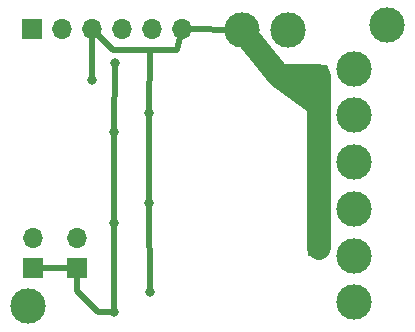
<source format=gbr>
G04 #@! TF.GenerationSoftware,KiCad,Pcbnew,(5.0.0)*
G04 #@! TF.CreationDate,2020-05-23T19:44:18-07:00*
G04 #@! TF.ProjectId,WS2811 Expander,57533238313120457870616E6465722E,rev?*
G04 #@! TF.SameCoordinates,Original*
G04 #@! TF.FileFunction,Copper,L2,Bot,Signal*
G04 #@! TF.FilePolarity,Positive*
%FSLAX46Y46*%
G04 Gerber Fmt 4.6, Leading zero omitted, Abs format (unit mm)*
G04 Created by KiCad (PCBNEW (5.0.0)) date 05/23/20 19:44:18*
%MOMM*%
%LPD*%
G01*
G04 APERTURE LIST*
G04 #@! TA.AperFunction,ViaPad*
%ADD10C,0.600000*%
G04 #@! TD*
G04 #@! TA.AperFunction,ComponentPad*
%ADD11R,1.700000X1.700000*%
G04 #@! TD*
G04 #@! TA.AperFunction,ComponentPad*
%ADD12O,1.700000X1.700000*%
G04 #@! TD*
G04 #@! TA.AperFunction,ComponentPad*
%ADD13C,3.000000*%
G04 #@! TD*
G04 #@! TA.AperFunction,ViaPad*
%ADD14C,3.000000*%
G04 #@! TD*
G04 #@! TA.AperFunction,ViaPad*
%ADD15C,0.800000*%
G04 #@! TD*
G04 #@! TA.AperFunction,Conductor*
%ADD16C,2.000000*%
G04 #@! TD*
G04 #@! TA.AperFunction,Conductor*
%ADD17C,0.500000*%
G04 #@! TD*
G04 APERTURE END LIST*
D10*
G04 #@! TO.N,N/C*
G04 #@! TO.C,REF\002A\002A*
X161015000Y-43880000D03*
G04 #@! TD*
G04 #@! TO.N,N/C*
G04 #@! TO.C,REF\002A\002A*
X161515000Y-43380000D03*
G04 #@! TD*
G04 #@! TO.N,N/C*
G04 #@! TO.C,REF\002A\002A*
X162015000Y-42880000D03*
G04 #@! TD*
G04 #@! TO.N,N/C*
G04 #@! TO.C,REF\002A\002A*
X162015000Y-43380000D03*
G04 #@! TD*
G04 #@! TO.N,N/C*
G04 #@! TO.C,REF\002A\002A*
X161515000Y-43880000D03*
G04 #@! TD*
G04 #@! TO.N,N/C*
G04 #@! TO.C,REF\002A\002A*
X161015000Y-43380000D03*
G04 #@! TD*
G04 #@! TO.N,N/C*
G04 #@! TO.C,REF\002A\002A*
X161515000Y-42880000D03*
G04 #@! TD*
G04 #@! TO.N,N/C*
G04 #@! TO.C,REF\002A\002A*
X161015000Y-42880000D03*
G04 #@! TD*
G04 #@! TO.N,N/C*
G04 #@! TO.C,REF\002A\002A*
X162015000Y-43880000D03*
G04 #@! TD*
G04 #@! TO.N,N/C*
G04 #@! TO.C,REF\002A\002A*
X161205000Y-36050000D03*
G04 #@! TD*
G04 #@! TO.N,N/C*
G04 #@! TO.C,REF\002A\002A*
X161705000Y-35550000D03*
G04 #@! TD*
G04 #@! TO.N,N/C*
G04 #@! TO.C,REF\002A\002A*
X162205000Y-36550000D03*
G04 #@! TD*
G04 #@! TO.N,N/C*
G04 #@! TO.C,REF\002A\002A*
X162205000Y-36050000D03*
G04 #@! TD*
G04 #@! TO.N,N/C*
G04 #@! TO.C,REF\002A\002A*
X161205000Y-36550000D03*
G04 #@! TD*
G04 #@! TO.N,N/C*
G04 #@! TO.C,REF\002A\002A*
X162205000Y-35550000D03*
G04 #@! TD*
G04 #@! TO.N,N/C*
G04 #@! TO.C,REF\002A\002A*
X161705000Y-36550000D03*
G04 #@! TD*
G04 #@! TO.N,N/C*
G04 #@! TO.C,REF\002A\002A*
X161705000Y-36050000D03*
G04 #@! TD*
G04 #@! TO.N,N/C*
G04 #@! TO.C,REF\002A\002A*
X161205000Y-35550000D03*
G04 #@! TD*
G04 #@! TO.N,N/C*
G04 #@! TO.C,REF\002A\002A*
X162205000Y-29290000D03*
G04 #@! TD*
G04 #@! TO.N,N/C*
G04 #@! TO.C,REF\002A\002A*
X161705000Y-29290000D03*
G04 #@! TD*
G04 #@! TO.N,N/C*
G04 #@! TO.C,REF\002A\002A*
X161205000Y-29290000D03*
G04 #@! TD*
G04 #@! TO.N,N/C*
G04 #@! TO.C,REF\002A\002A*
X162205000Y-28790000D03*
G04 #@! TD*
G04 #@! TO.N,N/C*
G04 #@! TO.C,REF\002A\002A*
X161705000Y-28790000D03*
G04 #@! TD*
G04 #@! TO.N,N/C*
G04 #@! TO.C,REF\002A\002A*
X161205000Y-28790000D03*
G04 #@! TD*
G04 #@! TO.N,N/C*
G04 #@! TO.C,REF\002A\002A*
X162205000Y-28290000D03*
G04 #@! TD*
G04 #@! TO.N,N/C*
G04 #@! TO.C,REF\002A\002A*
X161705000Y-28290000D03*
G04 #@! TD*
G04 #@! TO.N,N/C*
G04 #@! TO.C,REF\002A\002A*
X161205000Y-28290000D03*
G04 #@! TD*
D11*
G04 #@! TO.P,J3,1*
G04 #@! TO.N,/DOUT*
X137360000Y-24950000D03*
D12*
G04 #@! TO.P,J3,2*
G04 #@! TO.N,/VCC*
X139900000Y-24950000D03*
G04 #@! TO.P,J3,3*
G04 #@! TO.N,/GND*
X142440000Y-24950000D03*
G04 #@! TO.P,J3,4*
G04 #@! TO.N,/DIN*
X144980000Y-24950000D03*
G04 #@! TO.P,J3,5*
G04 #@! TO.N,/VCC*
X147520000Y-24950000D03*
G04 #@! TO.P,J3,6*
G04 #@! TO.N,/GND*
X150060000Y-24950000D03*
G04 #@! TD*
D11*
G04 #@! TO.P, R10,1*
G04 #@! TO.N,/VCC*
X141240000Y-45190000D03*
D12*
G04 #@! TO.P, R10,2*
G04 #@! TO.N,Net-(R10-Pad2)*
X141240000Y-42650000D03*
G04 #@! TD*
D11*
G04 #@! TO.P,R9 ,1*
G04 #@! TO.N,/VCC*
X137460000Y-45190000D03*
D12*
G04 #@! TO.P,R9 ,2*
G04 #@! TO.N,Net-(R7-Pad1)*
X137460000Y-42650000D03*
G04 #@! TD*
D13*
G04 #@! TO.P,J2 ,6*
G04 #@! TO.N,/VCC*
X164660000Y-28300000D03*
G04 #@! TO.P,J2 ,5*
G04 #@! TO.N,/LED3*
X164660000Y-32260000D03*
G04 #@! TO.P,J2 ,4*
G04 #@! TO.N,/VCC*
X164660000Y-36220000D03*
G04 #@! TO.P,J2 ,3*
G04 #@! TO.N,/LED2*
X164660000Y-40180000D03*
G04 #@! TO.P,J2 ,2*
G04 #@! TO.N,/VCC*
X164660000Y-44140000D03*
G04 #@! TO.P,J2 ,1*
G04 #@! TO.N,/LED1*
X164660000Y-48100000D03*
G04 #@! TD*
G04 #@! TO.P,J1 ,2*
G04 #@! TO.N,/GND*
X155135000Y-24990000D03*
G04 #@! TO.P,J1 ,1*
G04 #@! TO.N,/VCC*
X159095000Y-24990000D03*
G04 #@! TD*
D14*
G04 #@! TO.N,*
X167490000Y-24610000D03*
X137020000Y-48430000D03*
D15*
G04 #@! TO.N,/GND*
X142440000Y-29290000D03*
X147380000Y-47220000D03*
X147340000Y-39690000D03*
X147340000Y-32080000D03*
G04 #@! TO.N,/VCC*
X144310000Y-48890000D03*
X144340000Y-41350000D03*
X144360000Y-33690000D03*
X144390000Y-27860000D03*
G04 #@! TD*
D16*
G04 #@! TO.N,/GND*
X161700000Y-36210000D02*
X161720000Y-43470000D01*
X161700000Y-28940000D02*
X158280000Y-28950000D01*
X158280000Y-28950000D02*
X155135000Y-24990000D01*
D17*
X149640000Y-26720000D02*
X144210000Y-26730000D01*
X155135000Y-24990000D02*
X150060000Y-24950000D01*
X150060000Y-24950000D02*
X149640000Y-26720000D01*
X144210000Y-26730000D02*
X142440000Y-24950000D01*
X142440000Y-24950000D02*
X142440000Y-29290000D01*
X147340000Y-39690000D02*
X147380000Y-47220000D01*
X147340000Y-32080000D02*
X147340000Y-39690000D01*
X147340000Y-32080000D02*
X147350000Y-26730000D01*
D16*
X158280000Y-28950000D02*
X161700000Y-31370000D01*
X161700000Y-28940000D02*
X161700000Y-31370000D01*
X161700000Y-31370000D02*
X161700000Y-36210000D01*
D17*
G04 #@! TO.N,/VCC*
X144340000Y-41350000D02*
X144310000Y-48890000D01*
X144360000Y-33690000D02*
X144340000Y-41350000D01*
X144390000Y-27860000D02*
X144360000Y-33690000D01*
X144310000Y-48890000D02*
X142960000Y-48890000D01*
X142960000Y-48890000D02*
X141230000Y-47170000D01*
X141230000Y-47170000D02*
X141240000Y-45190000D01*
X141240000Y-45190000D02*
X137460000Y-45190000D01*
G04 #@! TD*
M02*

</source>
